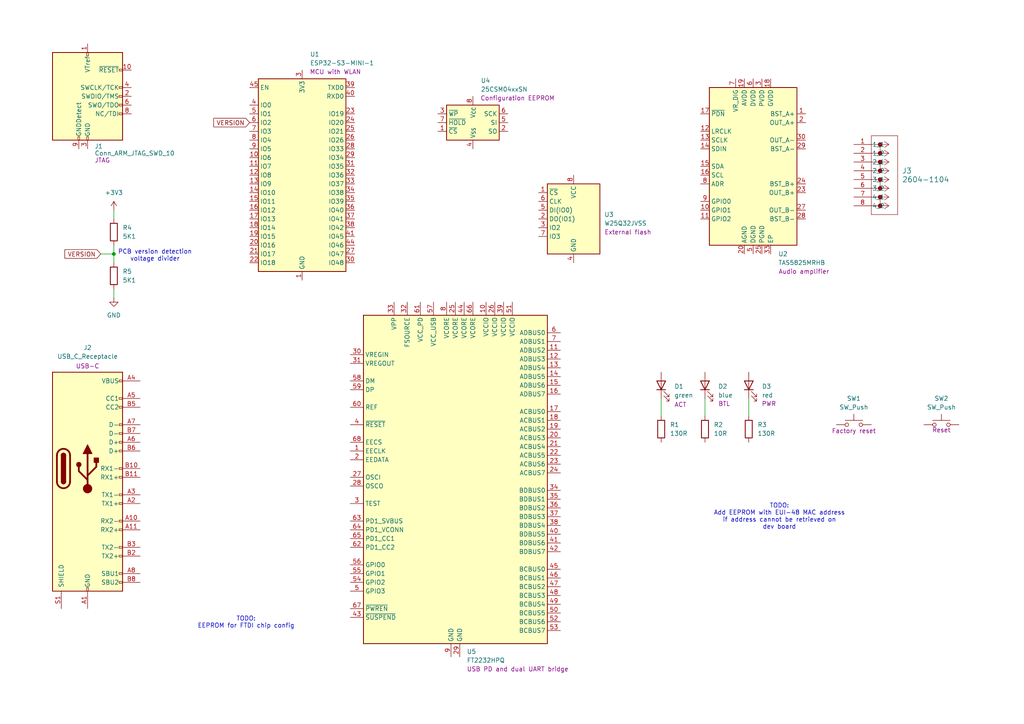
<source format=kicad_sch>
(kicad_sch (version 20231120) (generator "eeschema") (generator_version "8.0")
  (paper "A4")
  (title_block (title "soundbox"))
  (lib_symbols
    (symbol "Amplifier_Audio:TAS5825MRHB"
      (property "Reference" "U" (at -11.43 24.13 0))
      (property "Value" "TAS5825MRHB" (at 13.97 24.13 0))
      (symbol "TAS5825MRHB_0_1"
        (rectangle (start -12.7 22.86) (end 12.7 -22.86) (stroke (width 0.254)) (fill (type background)))
      )
      (symbol "TAS5825MRHB_1_1"
        (pin passive line (at 15.24 15.24 180) (length 2.54) (name "BST_A+") (number "1"))
        (pin bidirectional line (at -15.24 -12.7 0) (length 2.54) (name "GPIO1") (number "10"))
        (pin bidirectional line (at -15.24 -15.24 0) (length 2.54) (name "GPIO2") (number "11"))
        (pin input line (at -15.24 10.16 0) (length 2.54) (name "LRCLK") (number "12"))
        (pin input line (at -15.24 7.62 0) (length 2.54) (name "SCLK") (number "13"))
        (pin input line (at -15.24 5.08 0) (length 2.54) (name "SDIN") (number "14"))
        (pin bidirectional line (at -15.24 0 0) (length 2.54) (name "SDA") (number "15"))
        (pin input line (at -15.24 -2.54 0) (length 2.54) (name "SCL") (number "16"))
        (pin input line (at -15.24 15.24 0) (length 2.54) (name "~{PDN}") (number "17"))
        (pin passive line (at 5.08 25.4 270) (length 2.54) (name "GVDD") (number "18"))
        (pin passive line (at -2.54 25.4 270) (length 2.54) (name "AVDD") (number "19"))
        (pin output line (at 15.24 12.7 180) (length 2.54) (name "OUT_A+") (number "2"))
        (pin power_in line (at -2.54 -25.4 90) (length 2.54) (name "AGND") (number "20"))
        (pin passive line (at 2.54 25.4 270) (length 2.54) hide (name "PVDD") (number "21"))
        (pin passive line (at 2.54 25.4 270) (length 2.54) hide (name "PVDD") (number "22"))
        (pin output line (at 15.24 -7.62 180) (length 2.54) (name "OUT_B+") (number "23"))
        (pin passive line (at 15.24 -5.08 180) (length 2.54) (name "BST_B+") (number "24"))
        (pin power_in line (at 2.54 -25.4 90) (length 2.54) (name "PGND") (number "25"))
        (pin passive line (at 2.54 -25.4 90) (length 2.54) hide (name "PGND") (number "26"))
        (pin output line (at 15.24 -12.7 180) (length 2.54) (name "OUT_B-") (number "27"))
        (pin passive line (at 15.24 -15.24 180) (length 2.54) (name "BST_B-") (number "28"))
        (pin passive line (at 15.24 5.08 180) (length 2.54) (name "BST_A-") (number "29"))
        (pin power_in line (at 2.54 25.4 270) (length 2.54) (name "PVDD") (number "3"))
        (pin output line (at 15.24 7.62 180) (length 2.54) (name "OUT_A-") (number "30"))
        (pin passive line (at 2.54 -25.4 90) (length 2.54) hide (name "PGND") (number "31"))
        (pin passive line (at 2.54 -25.4 90) (length 2.54) hide (name "PGND") (number "32"))
        (pin passive line (at 5.08 -25.4 90) (length 2.54) (name "EP") (number "33"))
        (pin passive line (at 2.54 25.4 270) (length 2.54) hide (name "PVDD") (number "4"))
        (pin power_in line (at 0 -25.4 90) (length 2.54) (name "DGND") (number "5"))
        (pin power_in line (at 0 25.4 270) (length 2.54) (name "DVDD") (number "6"))
        (pin passive line (at -5.08 25.4 270) (length 2.54) (name "VR_DIG") (number "7"))
        (pin passive line (at -15.24 -5.08 0) (length 2.54) (name "ADR") (number "8"))
        (pin bidirectional line (at -15.24 -10.16 0) (length 2.54) (name "GPIO0") (number "9"))
      )
    )
    (symbol "Connector:Conn_ARM_JTAG_SWD_10" (pin_names (offset 1.016))
      (property "Reference" "J" (at -2.54 16.51 0))
      (property "Value" "Conn_ARM_JTAG_SWD_10" (at -2.54 13.97 0))
      (symbol "Conn_ARM_JTAG_SWD_10_0_1"
        (rectangle (start -10.16 12.7) (end 10.16 -12.7) (stroke (width 0.254)) (fill (type background)))
        (rectangle (start -2.794 -12.7) (end -2.286 -11.684))
        (rectangle (start -0.254 -12.7) (end 0.254 -11.684))
        (rectangle (start -0.254 12.7) (end 0.254 11.684))
        (rectangle (start 9.144 2.286) (end 10.16 2.794))
        (rectangle (start 10.16 -2.794) (end 9.144 -2.286))
        (rectangle (start 10.16 -0.254) (end 9.144 0.254))
        (rectangle (start 10.16 7.874) (end 9.144 7.366))
      )
      (symbol "Conn_ARM_JTAG_SWD_10_1_1"
        (rectangle (start 9.144 -5.334) (end 10.16 -4.826))
        (pin power_in line (at 0 15.24 270) (length 2.54) (name "VTref") (number "1"))
        (pin open_collector line (at 12.7 7.62 180) (length 2.54) (name "~{RESET}") (number "10"))
        (pin bidirectional line (at 12.7 0 180) (length 2.54) (name "SWDIO/TMS") (number "2"))
        (pin power_in line (at 0 -15.24 90) (length 2.54) (name "GND") (number "3"))
        (pin output line (at 12.7 2.54 180) (length 2.54) (name "SWCLK/TCK") (number "4"))
        (pin passive line (at 0 -15.24 90) (length 2.54) hide (name "GND") (number "5"))
        (pin input line (at 12.7 -2.54 180) (length 2.54) (name "SWO/TDO") (number "6"))
        (pin no_connect line (at -10.16 0 0) (length 2.54) hide (name "KEY") (number "7"))
        (pin output line (at 12.7 -5.08 180) (length 2.54) (name "NC/TDI") (number "8"))
        (pin passive line (at -2.54 -15.24 90) (length 2.54) (name "GNDDetect") (number "9"))
      )
    )
    (symbol "Connector:USB_C_Receptacle" (pin_names (offset 1.016))
      (property "Reference" "J" (at -10.16 29.21 0))
      (property "Value" "USB_C_Receptacle" (at 10.16 29.21 0))
      (symbol "USB_C_Receptacle_0_0"
        (rectangle (start -0.254 -35.56) (end 0.254 -34.544))
        (rectangle (start 10.16 -32.766) (end 9.144 -33.274))
        (rectangle (start 10.16 -30.226) (end 9.144 -30.734))
        (rectangle (start 10.16 -25.146) (end 9.144 -25.654))
        (rectangle (start 10.16 -22.606) (end 9.144 -23.114))
        (rectangle (start 10.16 -17.526) (end 9.144 -18.034))
        (rectangle (start 10.16 -14.986) (end 9.144 -15.494))
        (rectangle (start 10.16 -9.906) (end 9.144 -10.414))
        (rectangle (start 10.16 -7.366) (end 9.144 -7.874))
        (rectangle (start 10.16 -2.286) (end 9.144 -2.794))
        (rectangle (start 10.16 0.254) (end 9.144 -0.254))
        (rectangle (start 10.16 5.334) (end 9.144 4.826))
        (rectangle (start 10.16 7.874) (end 9.144 7.366))
        (rectangle (start 10.16 10.414) (end 9.144 9.906))
        (rectangle (start 10.16 12.954) (end 9.144 12.446))
        (rectangle (start 10.16 18.034) (end 9.144 17.526))
        (rectangle (start 10.16 20.574) (end 9.144 20.066))
        (rectangle (start 10.16 25.654) (end 9.144 25.146))
      )
      (symbol "USB_C_Receptacle_0_1"
        (rectangle (start -10.16 27.94) (end 10.16 -35.56) (stroke (width 0.254)) (fill (type background)))
        (arc (start -8.89 -3.81) (mid -6.985 -5.7067) (end -5.08 -3.81) (stroke (width 0.508)))
        (arc (start -7.62 -3.81) (mid -6.985 -4.4423) (end -6.35 -3.81) (stroke (width 0.254)))
        (arc (start -7.62 -3.81) (mid -6.985 -4.4423) (end -6.35 -3.81) (stroke (width 0.254)) (fill (type outline)))
        (rectangle (start -7.62 -3.81) (end -6.35 3.81) (stroke (width 0.254)) (fill (type outline)))
        (arc (start -6.35 3.81) (mid -6.985 4.4423) (end -7.62 3.81) (stroke (width 0.254)))
        (arc (start -6.35 3.81) (mid -6.985 4.4423) (end -7.62 3.81) (stroke (width 0.254)) (fill (type outline)))
        (arc (start -5.08 3.81) (mid -6.985 5.7067) (end -8.89 3.81) (stroke (width 0.508)))
        (polyline (pts (xy -8.89 -3.81) (xy -8.89 3.81)) (stroke (width 0.508)))
        (polyline (pts (xy -5.08 3.81) (xy -5.08 -3.81)) (stroke (width 0.508)))
      )
      (symbol "USB_C_Receptacle_1_1"
        (circle (center -2.54 1.143) (radius 0.635) (stroke (width 0.254)) (fill (type outline)))
        (circle (center 0 -5.842) (radius 1.27) (fill (type outline)))
        (polyline (pts (xy 0 -5.842) (xy 0 4.318)) (stroke (width 0.508)))
        (polyline (pts (xy 0 -3.302) (xy -2.54 -0.762) (xy -2.54 0.508)) (stroke (width 0.508)))
        (polyline (pts (xy 0 -2.032) (xy 2.54 0.508) (xy 2.54 1.778)) (stroke (width 0.508)))
        (polyline (pts (xy -1.27 4.318) (xy 0 6.858) (xy 1.27 4.318) (xy -1.27 4.318)) (stroke (width 0.254)) (fill (type outline)))
        (rectangle (start 1.905 1.778) (end 3.175 3.048) (stroke (width 0.254)) (fill (type outline)))
        (pin passive line (at 0 -40.64 90) (length 5.08) (name "GND") (number "A1"))
        (pin bidirectional line (at 15.24 -15.24 180) (length 5.08) (name "RX2-") (number "A10"))
        (pin bidirectional line (at 15.24 -17.78 180) (length 5.08) (name "RX2+") (number "A11"))
        (pin passive line (at 0 -40.64 90) (length 5.08) hide (name "GND") (number "A12"))
        (pin bidirectional line (at 15.24 -10.16 180) (length 5.08) (name "TX1+") (number "A2"))
        (pin bidirectional line (at 15.24 -7.62 180) (length 5.08) (name "TX1-") (number "A3"))
        (pin passive line (at 15.24 25.4 180) (length 5.08) (name "VBUS") (number "A4"))
        (pin bidirectional line (at 15.24 20.32 180) (length 5.08) (name "CC1") (number "A5"))
        (pin bidirectional line (at 15.24 7.62 180) (length 5.08) (name "D+") (number "A6"))
        (pin bidirectional line (at 15.24 12.7 180) (length 5.08) (name "D-") (number "A7"))
        (pin bidirectional line (at 15.24 -30.48 180) (length 5.08) (name "SBU1") (number "A8"))
        (pin passive line (at 15.24 25.4 180) (length 5.08) hide (name "VBUS") (number "A9"))
        (pin passive line (at 0 -40.64 90) (length 5.08) hide (name "GND") (number "B1"))
        (pin bidirectional line (at 15.24 0 180) (length 5.08) (name "RX1-") (number "B10"))
        (pin bidirectional line (at 15.24 -2.54 180) (length 5.08) (name "RX1+") (number "B11"))
        (pin passive line (at 0 -40.64 90) (length 5.08) hide (name "GND") (number "B12"))
        (pin bidirectional line (at 15.24 -25.4 180) (length 5.08) (name "TX2+") (number "B2"))
        (pin bidirectional line (at 15.24 -22.86 180) (length 5.08) (name "TX2-") (number "B3"))
        (pin passive line (at 15.24 25.4 180) (length 5.08) hide (name "VBUS") (number "B4"))
        (pin bidirectional line (at 15.24 17.78 180) (length 5.08) (name "CC2") (number "B5"))
        (pin bidirectional line (at 15.24 5.08 180) (length 5.08) (name "D+") (number "B6"))
        (pin bidirectional line (at 15.24 10.16 180) (length 5.08) (name "D-") (number "B7"))
        (pin bidirectional line (at 15.24 -33.02 180) (length 5.08) (name "SBU2") (number "B8"))
        (pin passive line (at 15.24 25.4 180) (length 5.08) hide (name "VBUS") (number "B9"))
        (pin passive line (at -7.62 -40.64 90) (length 5.08) (name "SHIELD") (number "S1"))
      )
    )
    (symbol "Device:LED" (pin_numbers hide) (pin_names (offset 1.016) hide)
      (property "Reference" "D" (at 0 2.54 0))
      (property "Value" "LED" (at 0 -2.54 0))
      (symbol "LED_0_1"
        (polyline (pts (xy -1.27 -1.27) (xy -1.27 1.27)) (stroke (width 0.254)))
        (polyline (pts (xy -1.27 0) (xy 1.27 0)))
        (polyline (pts (xy 1.27 -1.27) (xy 1.27 1.27) (xy -1.27 0) (xy 1.27 -1.27)) (stroke (width 0.254)))
        (polyline (pts (xy -3.048 -0.762) (xy -4.572 -2.286) (xy -3.81 -2.286) (xy -4.572 -2.286) (xy -4.572 -1.524)))
        (polyline (pts (xy -1.778 -0.762) (xy -3.302 -2.286) (xy -2.54 -2.286) (xy -3.302 -2.286) (xy -3.302 -1.524)))
      )
      (symbol "LED_1_1"
        (pin passive line (at -3.81 0 0) (length 2.54) (name "K") (number "1"))
        (pin passive line (at 3.81 0 180) (length 2.54) (name "A") (number "2"))
      )
    )
    (symbol "Device:R" (pin_numbers hide) (pin_names (offset 0))
      (property "Reference" "R" (at 2.032 0 90))
      (property "Value" "R" (at 0 0 90))
      (symbol "R_0_1"
        (rectangle (start -1.016 -2.54) (end 1.016 2.54) (stroke (width 0.254)))
      )
      (symbol "R_1_1"
        (pin passive line (at 0 3.81 270) (length 1.27) (name "~") (number "1"))
        (pin passive line (at 0 -3.81 90) (length 1.27) (name "~") (number "2"))
      )
    )
    (symbol "Memory_EEPROM:25CSM04xxSN"
      (property "Reference" "U3" (at 1.9559 8.89 0))
      (property "Value" "25CSM04xxSN" (at 1.9559 6.35 0))
      (symbol "25CSM04xxSN_1_1"
        (rectangle (start -7.62 5.08) (end 7.62 -5.08) (stroke (width 0.254)) (fill (type background)))
        (pin input line (at -10.16 -2.54 0) (length 2.54) (name "~{CS}") (number "1"))
        (pin tri_state line (at 10.16 -2.54 180) (length 2.54) (name "SO") (number "2"))
        (pin input line (at -10.16 2.54 0) (length 2.54) (name "~{WP}") (number "3"))
        (pin power_in line (at 0 -7.62 90) (length 2.54) (name "V_{SS}") (number "4"))
        (pin input line (at 10.16 0 180) (length 2.54) (name "SI") (number "5"))
        (pin input line (at 10.16 2.54 180) (length 2.54) (name "SCK") (number "6"))
        (pin input line (at -10.16 0 0) (length 2.54) (name "~{HOLD}") (number "7"))
        (pin power_in line (at 0 7.62 270) (length 2.54) (name "V_{CC}") (number "8"))
      )
    )
    (symbol "Memory_Flash:W25Q32JVSS"
      (property "Reference" "U" (at -6.35 11.43 0))
      (property "Value" "W25Q32JVSS" (at 7.62 11.43 0))
      (symbol "W25Q32JVSS_0_1"
        (rectangle (start -7.62 10.16) (end 7.62 -10.16) (stroke (width 0.254)) (fill (type background)))
      )
      (symbol "W25Q32JVSS_1_1"
        (pin input line (at -10.16 7.62 0) (length 2.54) (name "~{CS}") (number "1"))
        (pin bidirectional line (at -10.16 0 0) (length 2.54) (name "DO(IO1)") (number "2"))
        (pin bidirectional line (at -10.16 -2.54 0) (length 2.54) (name "IO2") (number "3"))
        (pin power_in line (at 0 -12.7 90) (length 2.54) (name "GND") (number "4"))
        (pin bidirectional line (at -10.16 2.54 0) (length 2.54) (name "DI(IO0)") (number "5"))
        (pin input line (at -10.16 5.08 0) (length 2.54) (name "CLK") (number "6"))
        (pin bidirectional line (at -10.16 -5.08 0) (length 2.54) (name "IO3") (number "7"))
        (pin power_in line (at 0 12.7 270) (length 2.54) (name "VCC") (number "8"))
      )
    )
    (symbol "RF_Module:ESP32-S3-MINI-1"
      (property "Reference" "U" (at -11.43 29.21 0))
      (property "Value" "ESP32-S3-MINI-1" (at 12.7 29.21 0))
      (symbol "ESP32-S3-MINI-1_0_1"
        (rectangle (start -12.7 27.94) (end 12.7 -27.94) (stroke (width 0.254)) (fill (type background)))
      )
      (symbol "ESP32-S3-MINI-1_1_1"
        (pin power_in line (at 0 -30.48 90) (length 2.54) (name "GND") (number "1"))
        (pin bidirectional line (at -15.24 5.08 0) (length 2.54) (name "IO6") (number "10"))
        (pin bidirectional line (at -15.24 2.54 0) (length 2.54) (name "IO7") (number "11"))
        (pin bidirectional line (at -15.24 0 0) (length 2.54) (name "IO8") (number "12"))
        (pin bidirectional line (at -15.24 -2.54 0) (length 2.54) (name "IO9") (number "13"))
        (pin bidirectional line (at -15.24 -5.08 0) (length 2.54) (name "IO10") (number "14"))
        (pin bidirectional line (at -15.24 -7.62 0) (length 2.54) (name "IO11") (number "15"))
        (pin bidirectional line (at -15.24 -10.16 0) (length 2.54) (name "IO12") (number "16"))
        (pin bidirectional line (at -15.24 -12.7 0) (length 2.54) (name "IO13") (number "17"))
        (pin bidirectional line (at -15.24 -15.24 0) (length 2.54) (name "IO14") (number "18"))
        (pin bidirectional line (at -15.24 -17.78 0) (length 2.54) (name "IO15") (number "19"))
        (pin passive line (at 0 -30.48 90) (length 2.54) hide (name "GND") (number "2"))
        (pin bidirectional line (at -15.24 -20.32 0) (length 2.54) (name "IO16") (number "20"))
        (pin bidirectional line (at -15.24 -22.86 0) (length 2.54) (name "IO17") (number "21"))
        (pin bidirectional line (at -15.24 -25.4 0) (length 2.54) (name "IO18") (number "22"))
        (pin bidirectional line (at 15.24 17.78 180) (length 2.54) (name "IO19") (number "23"))
        (pin bidirectional line (at 15.24 15.24 180) (length 2.54) (name "IO20") (number "24"))
        (pin bidirectional line (at 15.24 12.7 180) (length 2.54) (name "IO21") (number "25"))
        (pin bidirectional line (at 15.24 10.16 180) (length 2.54) (name "IO26") (number "26"))
        (pin bidirectional line (at 15.24 -22.86 180) (length 2.54) (name "IO47") (number "27"))
        (pin bidirectional line (at 15.24 7.62 180) (length 2.54) (name "IO33") (number "28"))
        (pin bidirectional line (at 15.24 5.08 180) (length 2.54) (name "IO34") (number "29"))
        (pin power_in line (at 0 30.48 270) (length 2.54) (name "3V3") (number "3"))
        (pin bidirectional line (at 15.24 -25.4 180) (length 2.54) (name "IO48") (number "30"))
        (pin bidirectional line (at 15.24 2.54 180) (length 2.54) (name "IO35") (number "31"))
        (pin bidirectional line (at 15.24 0 180) (length 2.54) (name "IO36") (number "32"))
        (pin bidirectional line (at 15.24 -2.54 180) (length 2.54) (name "IO37") (number "33"))
        (pin bidirectional line (at 15.24 -5.08 180) (length 2.54) (name "IO38") (number "34"))
        (pin bidirectional line (at 15.24 -7.62 180) (length 2.54) (name "IO39") (number "35"))
        (pin bidirectional line (at 15.24 -10.16 180) (length 2.54) (name "IO40") (number "36"))
        (pin bidirectional line (at 15.24 -12.7 180) (length 2.54) (name "IO41") (number "37"))
        (pin bidirectional line (at 15.24 -15.24 180) (length 2.54) (name "IO42") (number "38"))
        (pin bidirectional line (at 15.24 25.4 180) (length 2.54) (name "TXD0") (number "39"))
        (pin bidirectional line (at -15.24 20.32 0) (length 2.54) (name "IO0") (number "4"))
        (pin bidirectional line (at 15.24 22.86 180) (length 2.54) (name "RXD0") (number "40"))
        (pin bidirectional line (at 15.24 -17.78 180) (length 2.54) (name "IO45") (number "41"))
        (pin passive line (at 0 -30.48 90) (length 2.54) hide (name "GND") (number "42"))
        (pin passive line (at 0 -30.48 90) (length 2.54) hide (name "GND") (number "43"))
        (pin bidirectional line (at 15.24 -20.32 180) (length 2.54) (name "IO46") (number "44"))
        (pin input line (at -15.24 25.4 0) (length 2.54) (name "EN") (number "45"))
        (pin passive line (at 0 -30.48 90) (length 2.54) hide (name "GND") (number "46"))
        (pin passive line (at 0 -30.48 90) (length 2.54) hide (name "GND") (number "47"))
        (pin passive line (at 0 -30.48 90) (length 2.54) hide (name "GND") (number "48"))
        (pin passive line (at 0 -30.48 90) (length 2.54) hide (name "GND") (number "49"))
        (pin bidirectional line (at -15.24 17.78 0) (length 2.54) (name "IO1") (number "5"))
        (pin passive line (at 0 -30.48 90) (length 2.54) hide (name "GND") (number "50"))
        (pin passive line (at 0 -30.48 90) (length 2.54) hide (name "GND") (number "51"))
        (pin passive line (at 0 -30.48 90) (length 2.54) hide (name "GND") (number "52"))
        (pin passive line (at 0 -30.48 90) (length 2.54) hide (name "GND") (number "53"))
        (pin passive line (at 0 -30.48 90) (length 2.54) hide (name "GND") (number "54"))
        (pin passive line (at 0 -30.48 90) (length 2.54) hide (name "GND") (number "55"))
        (pin passive line (at 0 -30.48 90) (length 2.54) hide (name "GND") (number "56"))
        (pin passive line (at 0 -30.48 90) (length 2.54) hide (name "GND") (number "57"))
        (pin passive line (at 0 -30.48 90) (length 2.54) hide (name "GND") (number "58"))
        (pin passive line (at 0 -30.48 90) (length 2.54) hide (name "GND") (number "59"))
        (pin bidirectional line (at -15.24 15.24 0) (length 2.54) (name "IO2") (number "6"))
        (pin passive line (at 0 -30.48 90) (length 2.54) hide (name "GND") (number "60"))
        (pin passive line (at 0 -30.48 90) (length 2.54) hide (name "GND") (number "61"))
        (pin passive line (at 0 -30.48 90) (length 2.54) hide (name "GND") (number "62"))
        (pin passive line (at 0 -30.48 90) (length 2.54) hide (name "GND") (number "63"))
        (pin passive line (at 0 -30.48 90) (length 2.54) hide (name "GND") (number "64"))
        (pin passive line (at 0 -30.48 90) (length 2.54) hide (name "GND") (number "65"))
        (pin bidirectional line (at -15.24 12.7 0) (length 2.54) (name "IO3") (number "7"))
        (pin bidirectional line (at -15.24 10.16 0) (length 2.54) (name "IO4") (number "8"))
        (pin bidirectional line (at -15.24 7.62 0) (length 2.54) (name "IO5") (number "9"))
      )
    )
    (symbol "Switch:SW_Push" (pin_numbers hide) (pin_names (offset 1.016) hide)
      (property "Reference" "SW" (at 1.27 2.54 0))
      (property "Value" "SW_Push" (at 0 -1.524 0))
      (symbol "SW_Push_0_1"
        (circle (center -2.032 0) (radius 0.508))
        (polyline (pts (xy 0 1.27) (xy 0 3.048)))
        (polyline (pts (xy 2.54 1.27) (xy -2.54 1.27)))
        (circle (center 2.032 0) (radius 0.508))
        (pin passive line (at -5.08 0 0) (length 2.54) (name "1") (number "1"))
        (pin passive line (at 5.08 0 180) (length 2.54) (name "2") (number "2"))
      )
    )
    (symbol "Ultra_Librarian:2604-1104" (pin_names (offset 0.254))
      (property "Reference" "J" (at 8.89 6.35 0))
      (property "Value" "2604-1104" (at 0 0 0))
      (symbol "2604-1104_1_1"
        (polyline (pts (xy 5.08 -20.32) (xy 12.7 -20.32)) (stroke (width 0.127)))
        (polyline (pts (xy 5.08 2.54) (xy 5.08 -20.32)) (stroke (width 0.127)))
        (polyline (pts (xy 7.62 -15.24) (xy 7.62 -17.78)) (stroke (width 0.127)))
        (polyline (pts (xy 7.62 -10.16) (xy 7.62 -12.7)) (stroke (width 0.127)))
        (polyline (pts (xy 7.62 -5.08) (xy 7.62 -7.62)) (stroke (width 0.127)))
        (polyline (pts (xy 7.62 0) (xy 7.62 -2.54)) (stroke (width 0.127)))
        (polyline (pts (xy 10.16 -17.78) (xy 5.08 -17.78)) (stroke (width 0.127)))
        (polyline (pts (xy 10.16 -17.78) (xy 8.89 -18.6267)) (stroke (width 0.127)))
        (polyline (pts (xy 10.16 -17.78) (xy 8.89 -16.9333)) (stroke (width 0.127)))
        (polyline (pts (xy 10.16 -15.24) (xy 5.08 -15.24)) (stroke (width 0.127)))
        (polyline (pts (xy 10.16 -15.24) (xy 8.89 -16.0867)) (stroke (width 0.127)))
        (polyline (pts (xy 10.16 -15.24) (xy 8.89 -14.3933)) (stroke (width 0.127)))
        (polyline (pts (xy 10.16 -12.7) (xy 5.08 -12.7)) (stroke (width 0.127)))
        (polyline (pts (xy 10.16 -12.7) (xy 8.89 -13.5467)) (stroke (width 0.127)))
        (polyline (pts (xy 10.16 -12.7) (xy 8.89 -11.8533)) (stroke (width 0.127)))
        (polyline (pts (xy 10.16 -10.16) (xy 5.08 -10.16)) (stroke (width 0.127)))
        (polyline (pts (xy 10.16 -10.16) (xy 8.89 -11.0067)) (stroke (width 0.127)))
        (polyline (pts (xy 10.16 -10.16) (xy 8.89 -9.3133)) (stroke (width 0.127)))
        (polyline (pts (xy 10.16 -7.62) (xy 5.08 -7.62)) (stroke (width 0.127)))
        (polyline (pts (xy 10.16 -7.62) (xy 8.89 -8.4667)) (stroke (width 0.127)))
        (polyline (pts (xy 10.16 -7.62) (xy 8.89 -6.7733)) (stroke (width 0.127)))
        (polyline (pts (xy 10.16 -5.08) (xy 5.08 -5.08)) (stroke (width 0.127)))
        (polyline (pts (xy 10.16 -5.08) (xy 8.89 -5.9267)) (stroke (width 0.127)))
        (polyline (pts (xy 10.16 -5.08) (xy 8.89 -4.2333)) (stroke (width 0.127)))
        (polyline (pts (xy 10.16 -2.54) (xy 5.08 -2.54)) (stroke (width 0.127)))
        (polyline (pts (xy 10.16 -2.54) (xy 8.89 -3.3867)) (stroke (width 0.127)))
        (polyline (pts (xy 10.16 -2.54) (xy 8.89 -1.6933)) (stroke (width 0.127)))
        (polyline (pts (xy 10.16 0) (xy 5.08 0)) (stroke (width 0.127)))
        (polyline (pts (xy 10.16 0) (xy 8.89 -0.8467)) (stroke (width 0.127)))
        (polyline (pts (xy 10.16 0) (xy 8.89 0.8467)) (stroke (width 0.127)))
        (polyline (pts (xy 12.7 -20.32) (xy 12.7 2.54)) (stroke (width 0.127)))
        (polyline (pts (xy 12.7 2.54) (xy 5.08 2.54)) (stroke (width 0.127)))
        (circle (center 7.62 -17.78) (radius 0.127) (stroke (width 0.508)))
        (circle (center 7.62 -15.24) (radius 0.127) (stroke (width 0.508)))
        (circle (center 7.62 -12.7) (radius 0.127) (stroke (width 0.508)))
        (circle (center 7.62 -10.16) (radius 0.127) (stroke (width 0.508)))
        (circle (center 7.62 -7.62) (radius 0.127) (stroke (width 0.508)))
        (circle (center 7.62 -5.08) (radius 0.127) (stroke (width 0.508)))
        (circle (center 7.62 -2.54) (radius 0.127) (stroke (width 0.508)))
        (circle (center 7.62 0) (radius 0.127) (stroke (width 0.508)))
        (pin unspecified line (at 0 0 0) (length 5.08) (name "1_1") (number "1"))
        (pin unspecified line (at 0 -2.54 0) (length 5.08) (name "1_2") (number "2"))
        (pin unspecified line (at 0 -5.08 0) (length 5.08) (name "2_1") (number "3"))
        (pin unspecified line (at 0 -7.62 0) (length 5.08) (name "2_2") (number "4"))
        (pin unspecified line (at 0 -10.16 0) (length 5.08) (name "3_1") (number "5"))
        (pin unspecified line (at 0 -12.7 0) (length 5.08) (name "3_2") (number "6"))
        (pin unspecified line (at 0 -15.24 0) (length 5.08) (name "4_1") (number "7"))
        (pin unspecified line (at 0 -17.78 0) (length 5.08) (name "4_2") (number "8"))
      )
      (symbol "2604-1104_1_2"
        (polyline (pts (xy 5.08 -20.32) (xy 12.7 -20.32)) (stroke (width 0.127)))
        (polyline (pts (xy 5.08 2.54) (xy 5.08 -20.32)) (stroke (width 0.127)))
        (polyline (pts (xy 7.62 -15.24) (xy 7.62 -17.78)) (stroke (width 0.127)))
        (polyline (pts (xy 7.62 -10.16) (xy 7.62 -12.7)) (stroke (width 0.127)))
        (polyline (pts (xy 7.62 -5.08) (xy 7.62 -7.62)) (stroke (width 0.127)))
        (polyline (pts (xy 7.62 0) (xy 7.62 -2.54)) (stroke (width 0.127)))
        (polyline (pts (xy 10.16 -17.78) (xy 5.08 -17.78)) (stroke (width 0.127)))
        (polyline (pts (xy 10.16 -17.78) (xy 8.89 -18.6267)) (stroke (width 0.127)))
        (polyline (pts (xy 10.16 -17.78) (xy 8.89 -16.9333)) (stroke (width 0.127)))
        (polyline (pts (xy 10.16 -15.24) (xy 5.08 -15.24)) (stroke (width 0.127)))
        (polyline (pts (xy 10.16 -15.24) (xy 8.89 -16.0867)) (stroke (width 0.127)))
        (polyline (pts (xy 10.16 -15.24) (xy 8.89 -14.3933)) (stroke (width 0.127)))
        (polyline (pts (xy 10.16 -12.7) (xy 5.08 -12.7)) (stroke (width 0.127)))
        (polyline (pts (xy 10.16 -12.7) (xy 8.89 -13.5467)) (stroke (width 0.127)))
        (polyline (pts (xy 10.16 -12.7) (xy 8.89 -11.8533)) (stroke (width 0.127)))
        (polyline (pts (xy 10.16 -10.16) (xy 5.08 -10.16)) (stroke (width 0.127)))
        (polyline (pts (xy 10.16 -10.16) (xy 8.89 -11.0067)) (stroke (width 0.127)))
        (polyline (pts (xy 10.16 -10.16) (xy 8.89 -9.3133)) (stroke (width 0.127)))
        (polyline (pts (xy 10.16 -7.62) (xy 5.08 -7.62)) (stroke (width 0.127)))
        (polyline (pts (xy 10.16 -7.62) (xy 8.89 -8.4667)) (stroke (width 0.127)))
        (polyline (pts (xy 10.16 -7.62) (xy 8.89 -6.7733)) (stroke (width 0.127)))
        (polyline (pts (xy 10.16 -5.08) (xy 5.08 -5.08)) (stroke (width 0.127)))
        (polyline (pts (xy 10.16 -5.08) (xy 8.89 -5.9267)) (stroke (width 0.127)))
        (polyline (pts (xy 10.16 -5.08) (xy 8.89 -4.2333)) (stroke (width 0.127)))
        (polyline (pts (xy 10.16 -2.54) (xy 5.08 -2.54)) (stroke (width 0.127)))
        (polyline (pts (xy 10.16 -2.54) (xy 8.89 -3.3867)) (stroke (width 0.127)))
        (polyline (pts (xy 10.16 -2.54) (xy 8.89 -1.6933)) (stroke (width 0.127)))
        (polyline (pts (xy 10.16 0) (xy 5.08 0)) (stroke (width 0.127)))
        (polyline (pts (xy 10.16 0) (xy 8.89 -0.8467)) (stroke (width 0.127)))
        (polyline (pts (xy 10.16 0) (xy 8.89 0.8467)) (stroke (width 0.127)))
        (polyline (pts (xy 12.7 -20.32) (xy 12.7 2.54)) (stroke (width 0.127)))
        (polyline (pts (xy 12.7 2.54) (xy 5.08 2.54)) (stroke (width 0.127)))
        (circle (center 7.62 -17.78) (radius 0.127) (stroke (width 0.508)))
        (circle (center 7.62 -15.24) (radius 0.127) (stroke (width 0.508)))
        (circle (center 7.62 -12.7) (radius 0.127) (stroke (width 0.508)))
        (circle (center 7.62 -10.16) (radius 0.127) (stroke (width 0.508)))
        (circle (center 7.62 -7.62) (radius 0.127) (stroke (width 0.508)))
        (circle (center 7.62 -5.08) (radius 0.127) (stroke (width 0.508)))
        (circle (center 7.62 -2.54) (radius 0.127) (stroke (width 0.508)))
        (circle (center 7.62 0) (radius 0.127) (stroke (width 0.508)))
        (pin unspecified line (at 0 0 0) (length 5.08) (name "1_1") (number "1"))
        (pin unspecified line (at 0 -2.54 0) (length 5.08) (name "1_2") (number "2"))
        (pin unspecified line (at 0 -5.08 0) (length 5.08) (name "2_1") (number "3"))
        (pin unspecified line (at 0 -7.62 0) (length 5.08) (name "2_2") (number "4"))
        (pin unspecified line (at 0 -10.16 0) (length 5.08) (name "3_1") (number "5"))
        (pin unspecified line (at 0 -12.7 0) (length 5.08) (name "3_2") (number "6"))
        (pin unspecified line (at 0 -15.24 0) (length 5.08) (name "4_1") (number "7"))
        (pin unspecified line (at 0 -17.78 0) (length 5.08) (name "4_2") (number "8"))
      )
    )
    (symbol "power:+3V3" (power) (pin_numbers hide) (pin_names (offset 0) hide)
      (property "Value" "+3V3" (at 0 3.556 0))
      (symbol "+3V3_0_1"
        (polyline (pts (xy -0.762 1.27) (xy 0 2.54)))
        (polyline (pts (xy 0 0) (xy 0 2.54)))
        (polyline (pts (xy 0 2.54) (xy 0.762 1.27)))
      )
      (symbol "+3V3_1_1"
        (pin power_in line (at 0 0 90) (length 0) (name "~") (number "1"))
      )
    )
    (symbol "power:GND" (power) (pin_numbers hide) (pin_names (offset 0) hide)
      (property "Value" "GND" (at 0 -3.81 0))
      (symbol "GND_0_1"
        (polyline (pts (xy 0 0) (xy 0 -1.27) (xy 1.27 -1.27) (xy 0 -2.54) (xy -1.27 -1.27) (xy 0 -1.27)))
      )
      (symbol "GND_1_1"
        (pin power_in line (at 0 0 270) (length 0) (name "~") (number "1"))
      )
    )
    (symbol "xengineering:FT2232HPQ"
      (property "Reference" "U" (at 20.828 52.07 0))
      (property "Value" "FT2232HPQ" (at 25.654 49.53 0))
      (symbol "FT2232HPQ_0_1"
        (rectangle (start -26.67 46.99) (end 26.67 -48.26) (stroke (width 0.254)) (fill (type background)))
      )
      (symbol "FT2232HPQ_1_1"
        (pin output line (at -30.48 7.62 0) (length 3.81) (name "EECLK") (number "1"))
        (pin input line (at 8.89 50.8 270) (length 3.81) (name "VCCIO") (number "10"))
        (pin bidirectional line (at 30.48 36.83 180) (length 3.81) (name "ADBUS2") (number "11"))
        (pin bidirectional line (at 30.48 34.29 180) (length 3.81) (name "ADBUS3") (number "12"))
        (pin bidirectional line (at 30.48 31.75 180) (length 3.81) (name "ADBUS4") (number "13"))
        (pin bidirectional line (at 30.48 29.21 180) (length 3.81) (name "ADBUS5") (number "14"))
        (pin bidirectional line (at 30.48 26.67 180) (length 3.81) (name "ADBUS6") (number "15"))
        (pin bidirectional line (at 30.48 24.13 180) (length 3.81) (name "ADBUS7") (number "16"))
        (pin bidirectional line (at 30.48 19.05 180) (length 3.81) (name "ACBUS0") (number "17"))
        (pin bidirectional line (at 30.48 16.51 180) (length 3.81) (name "ACBUS1") (number "18"))
        (pin bidirectional line (at 30.48 13.97 180) (length 3.81) (name "ACBUS2") (number "19"))
        (pin bidirectional line (at -30.48 5.08 0) (length 3.81) (name "EEDATA") (number "2"))
        (pin bidirectional line (at 30.48 11.43 180) (length 3.81) (name "ACBUS3") (number "20"))
        (pin bidirectional line (at 30.48 8.89 180) (length 3.81) (name "ACBUS4") (number "21"))
        (pin bidirectional line (at 30.48 6.35 180) (length 3.81) (name "ACBUS5") (number "22"))
        (pin bidirectional line (at 30.48 3.81 180) (length 3.81) (name "ACBUS6") (number "23"))
        (pin bidirectional line (at 30.48 1.27 180) (length 3.81) (name "ACBUS7") (number "24"))
        (pin input line (at 0 50.8 270) (length 3.81) (name "VCORE") (number "25"))
        (pin input line (at 11.43 50.8 270) (length 3.81) (name "VCCIO") (number "26"))
        (pin input line (at -30.48 0 0) (length 3.81) (name "OSCI") (number "27"))
        (pin output line (at -30.48 -2.54 0) (length 3.81) (name "OSCO") (number "28"))
        (pin input line (at 1.27 -52.07 90) (length 3.81) (name "GND") (number "29"))
        (pin input line (at -30.48 -7.62 0) (length 3.81) (name "TEST") (number "3"))
        (pin input line (at -30.48 35.56 0) (length 3.81) (name "VREGIN") (number "30"))
        (pin output line (at -30.48 33.02 0) (length 3.81) (name "VREGOUT") (number "31"))
        (pin input line (at -13.97 50.8 270) (length 3.81) (name "FSOURCE") (number "32"))
        (pin input line (at -17.78 50.8 270) (length 3.81) (name "VPP") (number "33"))
        (pin bidirectional line (at 30.48 -3.81 180) (length 3.81) (name "BDBUS0") (number "34"))
        (pin bidirectional line (at 30.48 -6.35 180) (length 3.81) (name "BDBUS1") (number "35"))
        (pin bidirectional line (at 30.48 -8.89 180) (length 3.81) (name "BDBUS2") (number "36"))
        (pin bidirectional line (at 30.48 -11.43 180) (length 3.81) (name "BDBUS3") (number "37"))
        (pin bidirectional line (at 30.48 -13.97 180) (length 3.81) (name "BDBUS4") (number "38"))
        (pin input line (at 13.97 50.8 270) (length 3.81) (name "VCCIO") (number "39"))
        (pin input line (at -30.48 15.24 0) (length 3.81) (name "~{RESET}") (number "4"))
        (pin bidirectional line (at 30.48 -16.51 180) (length 3.81) (name "BDBUS5") (number "40"))
        (pin bidirectional line (at 30.48 -19.05 180) (length 3.81) (name "BDBUS6") (number "41"))
        (pin bidirectional line (at 30.48 -21.59 180) (length 3.81) (name "BDBUS7") (number "42"))
        (pin output line (at -30.48 -40.64 0) (length 3.81) (name "~{SUSPEND}") (number "43"))
        (pin input line (at 2.54 50.8 270) (length 3.81) (name "VCORE") (number "44"))
        (pin bidirectional line (at 30.48 -26.67 180) (length 3.81) (name "BCBUS0") (number "45"))
        (pin bidirectional line (at 30.48 -29.21 180) (length 3.81) (name "BCBUS1") (number "46"))
        (pin bidirectional line (at 30.48 -31.75 180) (length 3.81) (name "BCBUS2") (number "47"))
        (pin bidirectional line (at 30.48 -34.29 180) (length 3.81) (name "BCBUS3") (number "48"))
        (pin bidirectional line (at 30.48 -36.83 180) (length 3.81) (name "BCBUS4") (number "49"))
        (pin bidirectional line (at -30.48 -33.02 0) (length 3.81) (name "GPIO3") (number "5"))
        (pin bidirectional line (at 30.48 -39.37 180) (length 3.81) (name "BCBUS5") (number "50"))
        (pin input line (at 16.51 50.8 270) (length 3.81) (name "VCCIO") (number "51"))
        (pin bidirectional line (at 30.48 -41.91 180) (length 3.81) (name "BCBUS6") (number "52"))
        (pin bidirectional line (at 30.48 -44.45 180) (length 3.81) (name "BCBUS7") (number "53"))
        (pin bidirectional line (at -30.48 -30.48 0) (length 3.81) (name "GPIO2") (number "54"))
        (pin bidirectional line (at -30.48 -27.94 0) (length 3.81) (name "GPIO1") (number "55"))
        (pin bidirectional line (at -30.48 -25.4 0) (length 3.81) (name "GPIO0") (number "56"))
        (pin input line (at -6.35 50.8 270) (length 3.81) (name "VCC_USB") (number "57"))
        (pin bidirectional line (at -30.48 27.94 0) (length 3.81) (name "DM") (number "58"))
        (pin bidirectional line (at -30.48 25.4 0) (length 3.81) (name "DP") (number "59"))
        (pin bidirectional line (at 30.48 41.91 180) (length 3.81) (name "ADBUS0") (number "6"))
        (pin input line (at -30.48 20.32 0) (length 3.81) (name "REF") (number "60"))
        (pin input line (at -10.16 50.8 270) (length 3.81) (name "VCC_PD") (number "61"))
        (pin bidirectional line (at -30.48 -20.32 0) (length 3.81) (name "PD1_CC2") (number "62"))
        (pin input line (at -30.48 -12.7 0) (length 3.81) (name "PD1_SVBUS") (number "63"))
        (pin input line (at -30.48 -15.24 0) (length 3.81) (name "PD1_VCONN") (number "64"))
        (pin bidirectional line (at -30.48 -17.78 0) (length 3.81) (name "PD1_CC1") (number "65"))
        (pin input line (at 5.08 50.8 270) (length 3.81) (name "VCORE") (number "66"))
        (pin output line (at -30.48 -38.1 0) (length 3.81) (name "~{PWREN}") (number "67"))
        (pin bidirectional line (at -30.48 10.16 0) (length 3.81) (name "EECS") (number "68"))
        (pin bidirectional line (at 30.48 39.37 180) (length 3.81) (name "ADBUS1") (number "7"))
        (pin input line (at -2.54 50.8 270) (length 3.81) (name "VCORE") (number "8"))
        (pin input line (at -1.27 -52.07 90) (length 3.81) (name "GND") (number "9"))
      )
    )
  )
  (junction (at 33.02 73.66))
  (wire (pts (xy 191.77 115.57) (xy 191.77 120.65)))
  (wire (pts (xy 29.21 73.66) (xy 33.02 73.66)))
  (wire (pts (xy 33.02 73.66) (xy 33.02 76.2)))
  (wire (pts (xy 33.02 71.12) (xy 33.02 73.66)))
  (wire (pts (xy 33.02 83.82) (xy 33.02 86.36)))
  (wire (pts (xy 33.02 60.96) (xy 33.02 63.5)))
  (wire (pts (xy 204.47 115.57) (xy 204.47 120.65)))
  (wire (pts (xy 217.17 115.57) (xy 217.17 120.65)))
  (text "TODO:\nAdd EEPROM with EUI-48 MAC address\nif address cannot be retrieved on\ndev board" (at 226.06 149.86 0) (effects (font (size 1.27 1.27))))
  (text "TODO:\nEEPROM for FTDI chip config" (at 71.374 180.594 0) (effects (font (size 1.27 1.27))))
  (text "PCB version detection\nvoltage divider" (at 44.958 74.168 0) (effects (font (size 1.27 1.27))))
  (global_label "VERSION" (shape input) (at 29.21 73.66 180) (property "Intersheetrefs" "${INTERSHEET_REFS}" (effects (hide yes))))
  (global_label "VERSION" (shape input) (at 72.39 35.56 180) (property "Intersheetrefs" "${INTERSHEET_REFS}" (effects (hide yes))))
  (symbol (lib_id "power:GND") (at 33.02 86.36 0) (unit 1)
    (property "Reference" "#PWR01" (effects (hide yes)))
    (property "Value" "GND" (at 33.02 91.44 0))
    (property "Description" "Power symbol creates a global label with name \"GND\" , ground" (effects (hide yes)))
  )
  (symbol (lib_id "RF_Module:ESP32-S3-MINI-1") (at 87.63 50.8 0) (unit 1)
    (property "Reference" "U1" (at 89.916 15.748 0) (effects (justify left)))
    (property "Value" "ESP32-S3-MINI-1" (at 89.916 18.288 0) (effects (justify left)))
    (property "Footprint" "RF_Module:ESP32-S2-MINI-1" (effects (hide yes)))
    (property "Datasheet" "https://www.espressif.com/sites/default/files/documentation/esp32-s3-mini-1_mini-1u_datasheet_en.pdf" (effects (hide yes)))
    (property "Description" "MCU with WLAN" (at 97.282 20.828 0))
    (property "MPN" "ESP32-S3-MINI-1-N8" (effects (hide yes)))
    (property "Manufacturer" "Espressif Systems" (effects (hide yes)))
  )
  (symbol (lib_id "Memory_Flash:W25Q32JVSS") (at 166.37 63.5 0) (unit 1)
    (property "Reference" "U3" (at 175.26 62.2299 0) (effects (justify left)))
    (property "Value" "W25Q32JVSS" (at 175.26 64.7699 0) (effects (justify left)))
    (property "Footprint" "Package_SO:SOIC-8_5.23x5.23mm_P1.27mm" (effects (hide yes)))
    (property "Datasheet" "http://www.winbond.com/resource-files/w25q32jv%20revg%2003272018%20plus.pdf" (effects (hide yes)))
    (property "Description" "External flash" (at 182.118 67.31 0))
  )
  (symbol (lib_id "Connector:Conn_ARM_JTAG_SWD_10") (at 25.4 27.94 0) (unit 1)
    (property "Reference" "J1" (at 27.432 42.418 0) (effects (justify left)))
    (property "Value" "Conn_ARM_JTAG_SWD_10" (at 27.432 44.45 0) (effects (justify left)))
    (property "Datasheet" "https://mm.digikey.com/Volume0/opasdata/d220001/medias/docus/6209/ftsh-1xx-xx-xxx-dv-xxx-xxx-x-xx-mkt.pdf" (effects (hide yes)))
    (property "Description" "JTAG" (at 27.432 46.482 0) (effects (justify left)))
    (property "MPN" "FTSH-105-01-L-DV-007-K-TR" (effects (hide yes)))
    (property "Manufacturer" "samtec" (effects (hide yes)))
  )
  (symbol (lib_id "Switch:SW_Push") (at 273.05 123.19 0) (unit 1)
    (property "Reference" "SW2" (at 273.05 115.57 0))
    (property "Value" "SW_Push" (at 273.05 118.11 0))
    (property "Footprint" "Button_Switch_SMD:SW_SPST_TL3305B" (effects (hide yes)))
    (property "Datasheet" "https://www.e-switch.com/wp-content/uploads/2024/08/TL3305.pdf" (effects (hide yes)))
    (property "Description" "Reset" (at 273.05 124.714 0))
    (property "MPN" "TL3305BF260QG" (effects (hide yes)))
    (property "Manufacturer" "E-Switch" (effects (hide yes)))
  )
  (symbol (lib_id "Ultra_Librarian:2604-1104") (at 247.65 41.91 0) (unit 1)
    (property "Reference" "J3" (at 261.62 49.5299 0) (effects (font (size 1.524 1.524)) (justify left)))
    (property "Value" "2604-1104" (at 261.62 52.0699 0) (effects (font (size 1.524 1.524)) (justify left)))
    (property "Footprint" "CONN4_2604-1104_WAG" (effects (hide yes)))
    (property "Description" "Speaker" (effects (hide yes)))
    (property "Manufacturer" "WAGO" (effects (hide yes)))
    (property "MPN" "2604-1104" (effects (hide yes)))
  )
  (symbol (lib_id "power:+3V3") (at 33.02 60.96 0) (unit 1)
    (property "Reference" "#PWR02" (effects (hide yes)))
    (property "Value" "+3V3" (at 33.02 55.88 0))
    (property "Description" "Power symbol creates a global label with name \"+3V3\"" (effects (hide yes)))
  )
  (symbol (lib_id "Device:R") (at 217.17 124.46 0) (unit 1)
    (property "Reference" "R3" (at 219.71 123.1899 0) (effects (justify left)))
    (property "Value" "130R" (at 219.71 125.7299 0) (effects (justify left)))
    (property "Footprint" "Resistor_SMD:R_0603_1608Metric" (effects (hide yes)))
    (property "Datasheet" "https://industrial.panasonic.com/cdbs/www-data/pdf/RDA0000/AOA0000C304.pdf" (effects (hide yes)))
    (property "Description" "Resistor" (effects (hide yes)))
    (property "MPN" "ERJ-3EKF1300V" (effects (hide yes)))
    (property "Manufacturer" "Panasonic Electronic Components" (effects (hide yes)))
  )
  (symbol (lib_id "Connector:USB_C_Receptacle") (at 25.4 135.89 0) (unit 1)
    (property "Reference" "J2" (at 25.4 100.838 0))
    (property "Value" "USB_C_Receptacle" (at 25.4 103.378 0))
    (property "Datasheet" "https://cdn.amphenol-cs.com/media/wysiwyg/files/documentation/datasheet/inputoutput/io_usb_3_2_type_c.pdf" (effects (hide yes)))
    (property "Description" "USB-C" (at 25.4 106.172 0))
    (property "MPN" "12401610E4#2A" (effects (hide yes)))
    (property "Manufacturer" "Amphenol ICC" (effects (hide yes)))
  )
  (symbol (lib_id "Switch:SW_Push") (at 247.65 123.19 0) (unit 1)
    (property "Reference" "SW1" (at 247.65 115.57 0))
    (property "Value" "SW_Push" (at 247.65 118.11 0))
    (property "Footprint" "Button_Switch_SMD:SW_SPST_TL3305B" (effects (hide yes)))
    (property "Datasheet" "https://www.e-switch.com/wp-content/uploads/2024/08/TL3305.pdf" (effects (hide yes)))
    (property "Description" "Factory reset" (at 247.65 124.968 0))
    (property "MPN" "TL3305BF260QG" (effects (hide yes)))
    (property "Manufacturer" "E-Switch" (effects (hide yes)))
  )
  (symbol (lib_id "Memory_EEPROM:25CSM04xxSN") (at 137.16 35.56 0) (unit 1)
    (property "Reference" "U4" (at 139.446 23.368 0) (effects (justify left)))
    (property "Value" "25CSM04xxSN" (at 139.446 25.908 0) (effects (justify left)))
    (property "Footprint" "Package_SO:SOIC-8_3.9x4.9mm_P1.27mm" (effects (hide yes)))
    (property "Datasheet" "https://ww1.microchip.com/downloads/aemDocuments/documents/MPD/ProductDocuments/DataSheets/25CSM04-4-Mbit-SPI-Serial-EEPROM-With-128-Bit-Serial-Number-and-Enhanced-Write-Protection-20005817C.pdf" (effects (hide yes)))
    (property "Description" "Configuration EEPROM" (at 150.114 28.448 0))
  )
  (symbol (lib_id "Device:R") (at 204.47 124.46 0) (unit 1)
    (property "Reference" "R2" (at 207.01 123.1899 0) (effects (justify left)))
    (property "Value" "10R" (at 207.01 125.7299 0) (effects (justify left)))
    (property "Footprint" "Resistor_SMD:R_0603_1608Metric" (effects (hide yes)))
    (property "Datasheet" "https://industrial.panasonic.com/cdbs/www-data/pdf/RDO0000/AOA0000C331.pdf" (effects (hide yes)))
    (property "Description" "Resistor" (effects (hide yes)))
    (property "MPN" "ERJ-PA3F10R0V" (effects (hide yes)))
    (property "Manufacturer" "Panasonic Electronic Components" (effects (hide yes)))
  )
  (symbol (lib_id "Amplifier_Audio:TAS5825MRHB") (at 218.44 48.26 0) (unit 1)
    (property "Reference" "U2" (at 225.7141 73.66 0) (effects (justify left)))
    (property "Value" "TAS5825MRHB" (at 225.7141 76.2 0) (effects (justify left)))
    (property "Footprint" "Package_DFN_QFN:VQFN-32-1EP_5x5mm_P0.5mm_EP3.1x3.1mm" (effects (hide yes)))
    (property "Datasheet" "www.ti.com/lit/ds/symlink/tas5825m.pdf" (effects (hide yes)))
    (property "Description" "Audio amplifier" (at 233.172 78.74 0))
    (property "MPN" "TAS5825MRHBR" (effects (hide yes)))
    (property "Manufacturer" "Texas Instruments" (effects (hide yes)))
  )
  (symbol (lib_id "xengineering:FT2232HPQ") (at 132.08 138.43 0) (unit 1)
    (property "Reference" "U5" (at 135.382 188.976 0) (effects (justify left)))
    (property "Value" "FT2232HPQ" (at 135.382 191.516 0) (effects (justify left)))
    (property "Datasheet" "https://ftdichip.com/wp-content/uploads/2024/09/DS_FT2233HP.pdf" (effects (hide yes)))
    (property "Description" "USB PD and dual UART bridge" (at 135.382 194.056 0) (effects (justify left)))
    (property "Manufacturer" "FTDI Limited" (effects (hide yes)))
    (property "MPN" "FT2232HPQ-TRAY" (effects (hide yes)))
  )
  (symbol (lib_id "Device:R") (at 33.02 80.01 0) (unit 1)
    (property "Reference" "R5" (at 35.56 78.7399 0) (effects (justify left)))
    (property "Value" "5K1" (at 35.56 81.2799 0) (effects (justify left)))
    (property "Footprint" "Resistor_SMD:R_0603_1608Metric" (effects (hide yes)))
    (property "Datasheet" "https://industrial.panasonic.com/cdbs/www-data/pdf/RDA0000/AOA0000C304.pdf" (effects (hide yes)))
    (property "Description" "Resistor" (effects (hide yes)))
    (property "MPN" "ERJ-3EKF5101V" (effects (hide yes)))
    (property "Manufacturer" "Panasonic Electronic Components" (effects (hide yes)))
  )
  (symbol (lib_id "Device:LED") (at 191.77 111.76 90) (unit 1)
    (property "Reference" "D1" (at 195.58 112.0774 90) (effects (justify right)))
    (property "Value" "green" (at 195.58 114.6174 90) (effects (justify right)))
    (property "Footprint" "LED_SMD:LED_1206_3216Metric" (effects (hide yes)))
    (property "Datasheet" "https://s3-us-west-2.amazonaws.com/catsy.557/Dialight_CBI_data_598-1206_Apr2018.pdf" (effects (hide yes)))
    (property "Description" "ACT" (at 197.358 117.348 90))
    (property "MPN" "598-8270-107F" (effects (hide yes)))
    (property "Manufacturer" "Dialight" (effects (hide yes)))
  )
  (symbol (lib_id "Device:R") (at 33.02 67.31 0) (unit 1)
    (property "Reference" "R4" (at 35.56 66.0399 0) (effects (justify left)))
    (property "Value" "5K1" (at 35.56 68.5799 0) (effects (justify left)))
    (property "Footprint" "Resistor_SMD:R_0603_1608Metric" (effects (hide yes)))
    (property "Datasheet" "https://industrial.panasonic.com/cdbs/www-data/pdf/RDA0000/AOA0000C304.pdf" (effects (hide yes)))
    (property "Description" "Resistor" (effects (hide yes)))
    (property "MPN" "ERJ-3EKF5101V" (effects (hide yes)))
    (property "Manufacturer" "Panasonic Electronic Components" (effects (hide yes)))
  )
  (symbol (lib_id "Device:R") (at 191.77 124.46 0) (unit 1)
    (property "Reference" "R1" (at 194.31 123.1899 0) (effects (justify left)))
    (property "Value" "130R" (at 194.31 125.7299 0) (effects (justify left)))
    (property "Footprint" "Resistor_SMD:R_0603_1608Metric" (effects (hide yes)))
    (property "Datasheet" "https://industrial.panasonic.com/cdbs/www-data/pdf/RDA0000/AOA0000C304.pdf" (effects (hide yes)))
    (property "Description" "Resistor" (effects (hide yes)))
    (property "MPN" "ERJ-3EKF1300V" (effects (hide yes)))
    (property "Manufacturer" "Panasonic Electronic Components" (effects (hide yes)))
  )
  (symbol (lib_id "Device:LED") (at 217.17 111.76 90) (unit 1)
    (property "Reference" "D3" (at 220.98 112.0774 90) (effects (justify right)))
    (property "Value" "red" (at 220.98 114.6174 90) (effects (justify right)))
    (property "Footprint" "LED_SMD:LED_1206_3216Metric" (effects (hide yes)))
    (property "Datasheet" "https://s3-us-west-2.amazonaws.com/catsy.557/Dialight_CBI_data_598-1206_Apr2018.pdf" (effects (hide yes)))
    (property "Description" "PWR" (at 223.012 117.094 90))
    (property "MPN" "598-8210-107F" (effects (hide yes)))
    (property "Manufacturer" "Dialight" (effects (hide yes)))
  )
  (symbol (lib_id "Device:LED") (at 204.47 111.76 90) (unit 1)
    (property "Reference" "D2" (at 208.28 112.0774 90) (effects (justify right)))
    (property "Value" "blue" (at 208.28 114.6174 90) (effects (justify right)))
    (property "Footprint" "LED_SMD:LED_1206_3216Metric" (effects (hide yes)))
    (property "Datasheet" "https://s3-us-west-2.amazonaws.com/catsy.557/Dialight_CBI_data_598-1206_Apr2018.pdf" (effects (hide yes)))
    (property "Description" "BTL" (at 210.058 117.094 90))
    (property "MPN" "598-8291-107F" (effects (hide yes)))
    (property "Manufacturer" "Dialight" (effects (hide yes)))
  )
)
</source>
